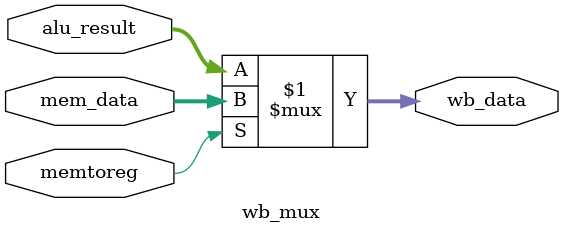
<source format=v>
module wb_mux (
  input  wire [31:0] alu_result,
  input  wire [31:0] mem_data,
  input  wire memtoreg,
  output wire [31:0] wb_data
);

assign wb_data = memtoreg ? mem_data : alu_result;

endmodule

</source>
